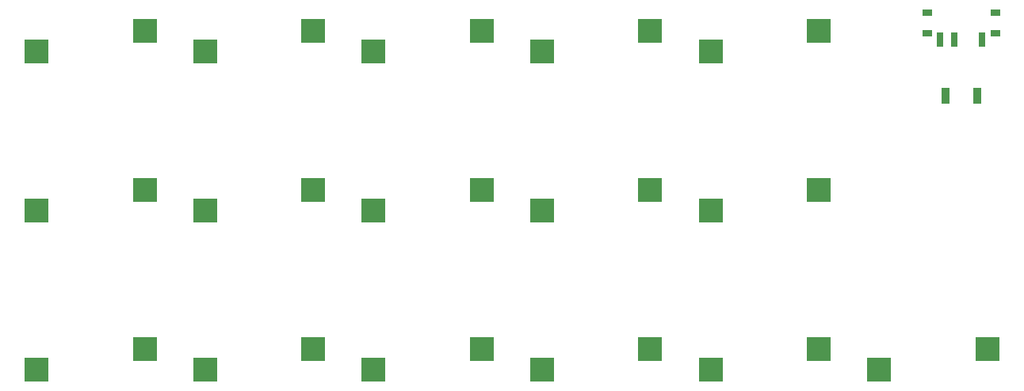
<source format=gbr>
%TF.GenerationSoftware,KiCad,Pcbnew,(6.0.7-1)-1*%
%TF.CreationDate,2022-10-23T13:42:43-07:00*%
%TF.ProjectId,card,63617264-2e6b-4696-9361-645f70636258,v1.0.0*%
%TF.SameCoordinates,Original*%
%TF.FileFunction,Paste,Top*%
%TF.FilePolarity,Positive*%
%FSLAX46Y46*%
G04 Gerber Fmt 4.6, Leading zero omitted, Abs format (unit mm)*
G04 Created by KiCad (PCBNEW (6.0.7-1)-1) date 2022-10-23 13:42:43*
%MOMM*%
%LPD*%
G01*
G04 APERTURE LIST*
%ADD10R,1.000000X0.800000*%
%ADD11R,0.700000X1.500000*%
%ADD12R,2.600000X2.600000*%
%ADD13R,0.900000X1.700000*%
G04 APERTURE END LIST*
D10*
%TO.C,*%
X112150000Y41930000D03*
X112150000Y39720000D03*
X104850000Y39720000D03*
X104850000Y41930000D03*
D11*
X110750000Y39070000D03*
X107750000Y39070000D03*
X106250000Y39070000D03*
%TD*%
D12*
%TO.C,S31*%
X111275000Y5950000D03*
X99725000Y3750000D03*
%TD*%
%TO.C,S15*%
X57275000Y22950000D03*
X45725000Y20750000D03*
%TD*%
%TO.C,S19*%
X75275000Y5950000D03*
X63725000Y3750000D03*
%TD*%
%TO.C,S11*%
X39275000Y39950000D03*
X27725000Y37750000D03*
%TD*%
%TO.C,S7*%
X39275000Y5950000D03*
X27725000Y3750000D03*
%TD*%
%TO.C,S27*%
X93275000Y22950000D03*
X81725000Y20750000D03*
%TD*%
%TO.C,S9*%
X39275000Y22950000D03*
X27725000Y20750000D03*
%TD*%
D13*
%TO.C,*%
X110200000Y33000000D03*
X106800000Y33000000D03*
%TD*%
D12*
%TO.C,S17*%
X57275000Y39950000D03*
X45725000Y37750000D03*
%TD*%
%TO.C,S21*%
X75275000Y22950000D03*
X63725000Y20750000D03*
%TD*%
%TO.C,S25*%
X93275000Y5950000D03*
X81725000Y3750000D03*
%TD*%
%TO.C,S3*%
X21275000Y22950000D03*
X9725000Y20750000D03*
%TD*%
%TO.C,S5*%
X21275000Y39950000D03*
X9725000Y37750000D03*
%TD*%
%TO.C,S29*%
X93275000Y39950000D03*
X81725000Y37750000D03*
%TD*%
%TO.C,S13*%
X57275000Y5950000D03*
X45725000Y3750000D03*
%TD*%
%TO.C,S23*%
X75275000Y39950000D03*
X63725000Y37750000D03*
%TD*%
%TO.C,S1*%
X21275000Y5950000D03*
X9725000Y3750000D03*
%TD*%
M02*

</source>
